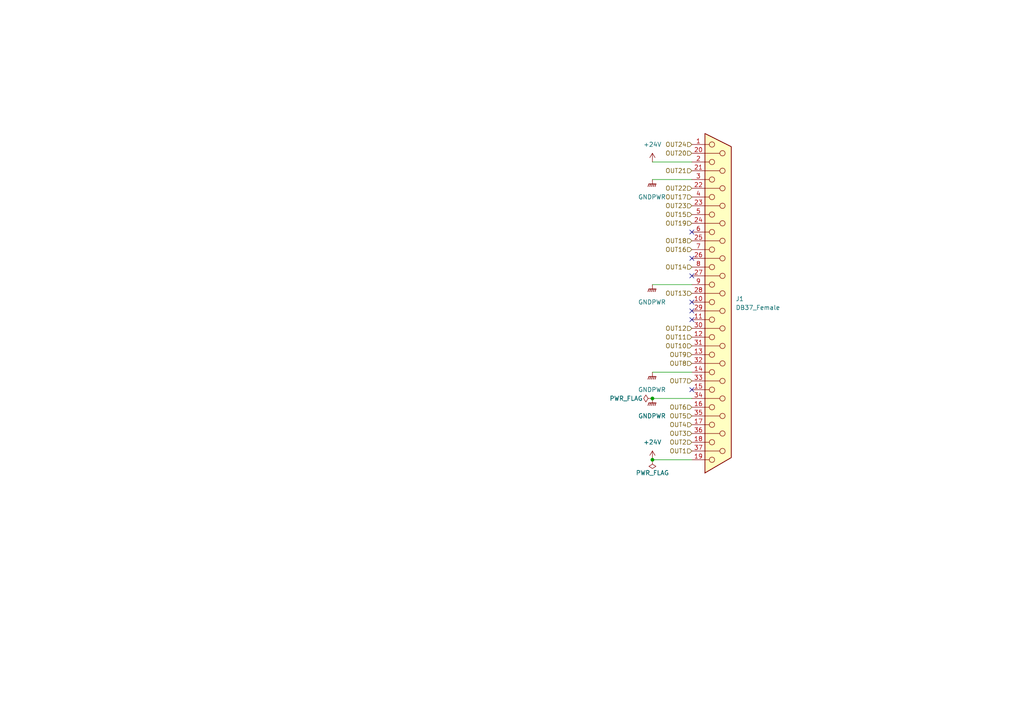
<source format=kicad_sch>
(kicad_sch (version 20211123) (generator eeschema)

  (uuid cf875db1-dbb3-45d8-9a57-335357518ca9)

  (paper "A4")

  (lib_symbols
    (symbol "Connector:DB37_Female" (pin_names (offset 1.016) hide) (in_bom yes) (on_board yes)
      (property "Reference" "J" (id 0) (at 0 50.165 0)
        (effects (font (size 1.27 1.27)))
      )
      (property "Value" "DB37_Female" (id 1) (at 0 -50.8 0)
        (effects (font (size 1.27 1.27)))
      )
      (property "Footprint" "" (id 2) (at 0 0 0)
        (effects (font (size 1.27 1.27)) hide)
      )
      (property "Datasheet" " ~" (id 3) (at 0 0 0)
        (effects (font (size 1.27 1.27)) hide)
      )
      (property "ki_keywords" "female D-SUB connector" (id 4) (at 0 0 0)
        (effects (font (size 1.27 1.27)) hide)
      )
      (property "ki_description" "37-pin female D-SUB connector" (id 5) (at 0 0 0)
        (effects (font (size 1.27 1.27)) hide)
      )
      (property "ki_fp_filters" "DSUB*Female*" (id 6) (at 0 0 0)
        (effects (font (size 1.27 1.27)) hide)
      )
      (symbol "DB37_Female_0_1"
        (circle (center -1.778 -45.72) (radius 0.762)
          (stroke (width 0) (type default) (color 0 0 0 0))
          (fill (type none))
        )
        (circle (center -1.778 -40.64) (radius 0.762)
          (stroke (width 0) (type default) (color 0 0 0 0))
          (fill (type none))
        )
        (circle (center -1.778 -35.56) (radius 0.762)
          (stroke (width 0) (type default) (color 0 0 0 0))
          (fill (type none))
        )
        (circle (center -1.778 -30.48) (radius 0.762)
          (stroke (width 0) (type default) (color 0 0 0 0))
          (fill (type none))
        )
        (circle (center -1.778 -25.4) (radius 0.762)
          (stroke (width 0) (type default) (color 0 0 0 0))
          (fill (type none))
        )
        (circle (center -1.778 -20.32) (radius 0.762)
          (stroke (width 0) (type default) (color 0 0 0 0))
          (fill (type none))
        )
        (circle (center -1.778 -15.24) (radius 0.762)
          (stroke (width 0) (type default) (color 0 0 0 0))
          (fill (type none))
        )
        (circle (center -1.778 -10.16) (radius 0.762)
          (stroke (width 0) (type default) (color 0 0 0 0))
          (fill (type none))
        )
        (circle (center -1.778 -5.08) (radius 0.762)
          (stroke (width 0) (type default) (color 0 0 0 0))
          (fill (type none))
        )
        (circle (center -1.778 0) (radius 0.762)
          (stroke (width 0) (type default) (color 0 0 0 0))
          (fill (type none))
        )
        (circle (center -1.778 5.08) (radius 0.762)
          (stroke (width 0) (type default) (color 0 0 0 0))
          (fill (type none))
        )
        (circle (center -1.778 10.16) (radius 0.762)
          (stroke (width 0) (type default) (color 0 0 0 0))
          (fill (type none))
        )
        (circle (center -1.778 15.24) (radius 0.762)
          (stroke (width 0) (type default) (color 0 0 0 0))
          (fill (type none))
        )
        (circle (center -1.778 20.32) (radius 0.762)
          (stroke (width 0) (type default) (color 0 0 0 0))
          (fill (type none))
        )
        (circle (center -1.778 25.4) (radius 0.762)
          (stroke (width 0) (type default) (color 0 0 0 0))
          (fill (type none))
        )
        (circle (center -1.778 30.48) (radius 0.762)
          (stroke (width 0) (type default) (color 0 0 0 0))
          (fill (type none))
        )
        (circle (center -1.778 35.56) (radius 0.762)
          (stroke (width 0) (type default) (color 0 0 0 0))
          (fill (type none))
        )
        (circle (center -1.778 40.64) (radius 0.762)
          (stroke (width 0) (type default) (color 0 0 0 0))
          (fill (type none))
        )
        (circle (center -1.778 45.72) (radius 0.762)
          (stroke (width 0) (type default) (color 0 0 0 0))
          (fill (type none))
        )
        (polyline
          (pts
            (xy -3.81 -45.72)
            (xy -2.54 -45.72)
          )
          (stroke (width 0) (type default) (color 0 0 0 0))
          (fill (type none))
        )
        (polyline
          (pts
            (xy -3.81 -43.18)
            (xy 0.508 -43.18)
          )
          (stroke (width 0) (type default) (color 0 0 0 0))
          (fill (type none))
        )
        (polyline
          (pts
            (xy -3.81 -40.64)
            (xy -2.54 -40.64)
          )
          (stroke (width 0) (type default) (color 0 0 0 0))
          (fill (type none))
        )
        (polyline
          (pts
            (xy -3.81 -38.1)
            (xy 0.508 -38.1)
          )
          (stroke (width 0) (type default) (color 0 0 0 0))
          (fill (type none))
        )
        (polyline
          (pts
            (xy -3.81 -35.56)
            (xy -2.54 -35.56)
          )
          (stroke (width 0) (type default) (color 0 0 0 0))
          (fill (type none))
        )
        (polyline
          (pts
            (xy -3.81 -33.02)
            (xy 0.508 -33.02)
          )
          (stroke (width 0) (type default) (color 0 0 0 0))
          (fill (type none))
        )
        (polyline
          (pts
            (xy -3.81 -30.48)
            (xy -2.54 -30.48)
          )
          (stroke (width 0) (type default) (color 0 0 0 0))
          (fill (type none))
        )
        (polyline
          (pts
            (xy -3.81 -27.94)
            (xy 0.508 -27.94)
          )
          (stroke (width 0) (type default) (color 0 0 0 0))
          (fill (type none))
        )
        (polyline
          (pts
            (xy -3.81 -25.4)
            (xy -2.54 -25.4)
          )
          (stroke (width 0) (type default) (color 0 0 0 0))
          (fill (type none))
        )
        (polyline
          (pts
            (xy -3.81 -22.86)
            (xy 0.508 -22.86)
          )
          (stroke (width 0) (type default) (color 0 0 0 0))
          (fill (type none))
        )
        (polyline
          (pts
            (xy -3.81 -20.32)
            (xy -2.54 -20.32)
          )
          (stroke (width 0) (type default) (color 0 0 0 0))
          (fill (type none))
        )
        (polyline
          (pts
            (xy -3.81 -17.78)
            (xy 0.508 -17.78)
          )
          (stroke (width 0) (type default) (color 0 0 0 0))
          (fill (type none))
        )
        (polyline
          (pts
            (xy -3.81 -15.24)
            (xy -2.54 -15.24)
          )
          (stroke (width 0) (type default) (color 0 0 0 0))
          (fill (type none))
        )
        (polyline
          (pts
            (xy -3.81 -12.7)
            (xy 0.508 -12.7)
          )
          (stroke (width 0) (type default) (color 0 0 0 0))
          (fill (type none))
        )
        (polyline
          (pts
            (xy -3.81 -10.16)
            (xy -2.54 -10.16)
          )
          (stroke (width 0) (type default) (color 0 0 0 0))
          (fill (type none))
        )
        (polyline
          (pts
            (xy -3.81 -7.62)
            (xy 0.508 -7.62)
          )
          (stroke (width 0) (type default) (color 0 0 0 0))
          (fill (type none))
        )
        (polyline
          (pts
            (xy -3.81 -5.08)
            (xy -2.54 -5.08)
          )
          (stroke (width 0) (type default) (color 0 0 0 0))
          (fill (type none))
        )
        (polyline
          (pts
            (xy -3.81 -2.54)
            (xy 0.508 -2.54)
          )
          (stroke (width 0) (type default) (color 0 0 0 0))
          (fill (type none))
        )
        (polyline
          (pts
            (xy -3.81 0)
            (xy -2.54 0)
          )
          (stroke (width 0) (type default) (color 0 0 0 0))
          (fill (type none))
        )
        (polyline
          (pts
            (xy -3.81 2.54)
            (xy 0.508 2.54)
          )
          (stroke (width 0) (type default) (color 0 0 0 0))
          (fill (type none))
        )
        (polyline
          (pts
            (xy -3.81 5.08)
            (xy -2.54 5.08)
          )
          (stroke (width 0) (type default) (color 0 0 0 0))
          (fill (type none))
        )
        (polyline
          (pts
            (xy -3.81 7.62)
            (xy 0.508 7.62)
          )
          (stroke (width 0) (type default) (color 0 0 0 0))
          (fill (type none))
        )
        (polyline
          (pts
            (xy -3.81 10.16)
            (xy -2.54 10.16)
          )
          (stroke (width 0) (type default) (color 0 0 0 0))
          (fill (type none))
        )
        (polyline
          (pts
            (xy -3.81 12.7)
            (xy 0.508 12.7)
          )
          (stroke (width 0) (type default) (color 0 0 0 0))
          (fill (type none))
        )
        (polyline
          (pts
            (xy -3.81 15.24)
            (xy -2.54 15.24)
          )
          (stroke (width 0) (type default) (color 0 0 0 0))
          (fill (type none))
        )
        (polyline
          (pts
            (xy -3.81 17.78)
            (xy 0.508 17.78)
          )
          (stroke (width 0) (type default) (color 0 0 0 0))
          (fill (type none))
        )
        (polyline
          (pts
            (xy -3.81 20.32)
            (xy -2.54 20.32)
          )
          (stroke (width 0) (type default) (color 0 0 0 0))
          (fill (type none))
        )
        (polyline
          (pts
            (xy -3.81 22.86)
            (xy 0.508 22.86)
          )
          (stroke (width 0) (type default) (color 0 0 0 0))
          (fill (type none))
        )
        (polyline
          (pts
            (xy -3.81 25.4)
            (xy -2.54 25.4)
          )
          (stroke (width 0) (type default) (color 0 0 0 0))
          (fill (type none))
        )
        (polyline
          (pts
            (xy -3.81 27.94)
            (xy 0.508 27.94)
          )
          (stroke (width 0) (type default) (color 0 0 0 0))
          (fill (type none))
        )
        (polyline
          (pts
            (xy -3.81 30.48)
            (xy -2.54 30.48)
          )
          (stroke (width 0) (type default) (color 0 0 0 0))
          (fill (type none))
        )
        (polyline
          (pts
            (xy -3.81 33.02)
            (xy 0.508 33.02)
          )
          (stroke (width 0) (type default) (color 0 0 0 0))
          (fill (type none))
        )
        (polyline
          (pts
            (xy -3.81 35.56)
            (xy -2.54 35.56)
          )
          (stroke (width 0) (type default) (color 0 0 0 0))
          (fill (type none))
        )
        (polyline
          (pts
            (xy -3.81 38.1)
            (xy 0.508 38.1)
          )
          (stroke (width 0) (type default) (color 0 0 0 0))
          (fill (type none))
        )
        (polyline
          (pts
            (xy -3.81 40.64)
            (xy -2.54 40.64)
          )
          (stroke (width 0) (type default) (color 0 0 0 0))
          (fill (type none))
        )
        (polyline
          (pts
            (xy -3.81 43.18)
            (xy 0.508 43.18)
          )
          (stroke (width 0) (type default) (color 0 0 0 0))
          (fill (type none))
        )
        (polyline
          (pts
            (xy -3.81 45.72)
            (xy -2.54 45.72)
          )
          (stroke (width 0) (type default) (color 0 0 0 0))
          (fill (type none))
        )
        (polyline
          (pts
            (xy -3.81 -49.53)
            (xy 3.81 -45.085)
            (xy 3.81 45.085)
            (xy -3.81 48.895)
            (xy -3.81 -49.53)
          )
          (stroke (width 0.254) (type default) (color 0 0 0 0))
          (fill (type background))
        )
        (circle (center 1.27 -43.18) (radius 0.762)
          (stroke (width 0) (type default) (color 0 0 0 0))
          (fill (type none))
        )
        (circle (center 1.27 -38.1) (radius 0.762)
          (stroke (width 0) (type default) (color 0 0 0 0))
          (fill (type none))
        )
        (circle (center 1.27 -33.02) (radius 0.762)
          (stroke (width 0) (type default) (color 0 0 0 0))
          (fill (type none))
        )
        (circle (center 1.27 -27.94) (radius 0.762)
          (stroke (width 0) (type default) (color 0 0 0 0))
          (fill (type none))
        )
        (circle (center 1.27 -22.86) (radius 0.762)
          (stroke (width 0) (type default) (color 0 0 0 0))
          (fill (type none))
        )
        (circle (center 1.27 -17.78) (radius 0.762)
          (stroke (width 0) (type default) (color 0 0 0 0))
          (fill (type none))
        )
        (circle (center 1.27 -12.7) (radius 0.762)
          (stroke (width 0) (type default) (color 0 0 0 0))
          (fill (type none))
        )
        (circle (center 1.27 -7.62) (radius 0.762)
          (stroke (width 0) (type default) (color 0 0 0 0))
          (fill (type none))
        )
        (circle (center 1.27 -2.54) (radius 0.762)
          (stroke (width 0) (type default) (color 0 0 0 0))
          (fill (type none))
        )
        (circle (center 1.27 2.54) (radius 0.762)
          (stroke (width 0) (type default) (color 0 0 0 0))
          (fill (type none))
        )
        (circle (center 1.27 7.62) (radius 0.762)
          (stroke (width 0) (type default) (color 0 0 0 0))
          (fill (type none))
        )
        (circle (center 1.27 12.7) (radius 0.762)
          (stroke (width 0) (type default) (color 0 0 0 0))
          (fill (type none))
        )
        (circle (center 1.27 17.78) (radius 0.762)
          (stroke (width 0) (type default) (color 0 0 0 0))
          (fill (type none))
        )
        (circle (center 1.27 22.86) (radius 0.762)
          (stroke (width 0) (type default) (color 0 0 0 0))
          (fill (type none))
        )
        (circle (center 1.27 27.94) (radius 0.762)
          (stroke (width 0) (type default) (color 0 0 0 0))
          (fill (type none))
        )
        (circle (center 1.27 33.02) (radius 0.762)
          (stroke (width 0) (type default) (color 0 0 0 0))
          (fill (type none))
        )
        (circle (center 1.27 38.1) (radius 0.762)
          (stroke (width 0) (type default) (color 0 0 0 0))
          (fill (type none))
        )
        (circle (center 1.27 43.18) (radius 0.762)
          (stroke (width 0) (type default) (color 0 0 0 0))
          (fill (type none))
        )
      )
      (symbol "DB37_Female_1_1"
        (pin passive line (at -7.62 45.72 0) (length 3.81)
          (name "1" (effects (font (size 1.27 1.27))))
          (number "1" (effects (font (size 1.27 1.27))))
        )
        (pin passive line (at -7.62 0 0) (length 3.81)
          (name "10" (effects (font (size 1.27 1.27))))
          (number "10" (effects (font (size 1.27 1.27))))
        )
        (pin passive line (at -7.62 -5.08 0) (length 3.81)
          (name "11" (effects (font (size 1.27 1.27))))
          (number "11" (effects (font (size 1.27 1.27))))
        )
        (pin passive line (at -7.62 -10.16 0) (length 3.81)
          (name "12" (effects (font (size 1.27 1.27))))
          (number "12" (effects (font (size 1.27 1.27))))
        )
        (pin passive line (at -7.62 -15.24 0) (length 3.81)
          (name "13" (effects (font (size 1.27 1.27))))
          (number "13" (effects (font (size 1.27 1.27))))
        )
        (pin passive line (at -7.62 -20.32 0) (length 3.81)
          (name "14" (effects (font (size 1.27 1.27))))
          (number "14" (effects (font (size 1.27 1.27))))
        )
        (pin passive line (at -7.62 -25.4 0) (length 3.81)
          (name "15" (effects (font (size 1.27 1.27))))
          (number "15" (effects (font (size 1.27 1.27))))
        )
        (pin passive line (at -7.62 -30.48 0) (length 3.81)
          (name "16" (effects (font (size 1.27 1.27))))
          (number "16" (effects (font (size 1.27 1.27))))
        )
        (pin passive line (at -7.62 -35.56 0) (length 3.81)
          (name "17" (effects (font (size 1.27 1.27))))
          (number "17" (effects (font (size 1.27 1.27))))
        )
        (pin passive line (at -7.62 -40.64 0) (length 3.81)
          (name "18" (effects (font (size 1.27 1.27))))
          (number "18" (effects (font (size 1.27 1.27))))
        )
        (pin passive line (at -7.62 -45.72 0) (length 3.81)
          (name "19" (effects (font (size 1.27 1.27))))
          (number "19" (effects (font (size 1.27 1.27))))
        )
        (pin passive line (at -7.62 40.64 0) (length 3.81)
          (name "2" (effects (font (size 1.27 1.27))))
          (number "2" (effects (font (size 1.27 1.27))))
        )
        (pin passive line (at -7.62 43.18 0) (length 3.81)
          (name "20" (effects (font (size 1.27 1.27))))
          (number "20" (effects (font (size 1.27 1.27))))
        )
        (pin passive line (at -7.62 38.1 0) (length 3.81)
          (name "21" (effects (font (size 1.27 1.27))))
          (number "21" (effects (font (size 1.27 1.27))))
        )
        (pin passive line (at -7.62 33.02 0) (length 3.81)
          (name "22" (effects (font (size 1.27 1.27))))
          (number "22" (effects (font (size 1.27 1.27))))
        )
        (pin passive line (at -7.62 27.94 0) (length 3.81)
          (name "23" (effects (font (size 1.27 1.27))))
          (number "23" (effects (font (size 1.27 1.27))))
        )
        (pin passive line (at -7.62 22.86 0) (length 3.81)
          (name "24" (effects (font (size 1.27 1.27))))
          (number "24" (effects (font (size 1.27 1.27))))
        )
        (pin passive line (at -7.62 17.78 0) (length 3.81)
          (name "25" (effects (font (size 1.27 1.27))))
          (number "25" (effects (font (size 1.27 1.27))))
        )
        (pin passive line (at -7.62 12.7 0) (length 3.81)
          (name "26" (effects (font (size 1.27 1.27))))
          (number "26" (effects (font (size 1.27 1.27))))
        )
        (pin passive line (at -7.62 7.62 0) (length 3.81)
          (name "27" (effects (font (size 1.27 1.27))))
          (number "27" (effects (font (size 1.27 1.27))))
        )
        (pin passive line (at -7.62 2.54 0) (length 3.81)
          (name "28" (effects (font (size 1.27 1.27))))
          (number "28" (effects (font (size 1.27 1.27))))
        )
        (pin passive line (at -7.62 -2.54 0) (length 3.81)
          (name "29" (effects (font (size 1.27 1.27))))
          (number "29" (effects (font (size 1.27 1.27))))
        )
        (pin passive line (at -7.62 35.56 0) (length 3.81)
          (name "3" (effects (font (size 1.27 1.27))))
          (number "3" (effects (font (size 1.27 1.27))))
        )
        (pin passive line (at -7.62 -7.62 0) (length 3.81)
          (name "30" (effects (font (size 1.27 1.27))))
          (number "30" (effects (font (size 1.27 1.27))))
        )
        (pin passive line (at -7.62 -12.7 0) (length 3.81)
          (name "31" (effects (font (size 1.27 1.27))))
          (number "31" (effects (font (size 1.27 1.27))))
        )
        (pin passive line (at -7.62 -17.78 0) (length 3.81)
          (name "32" (effects (font (size 1.27 1.27))))
          (number "32" (effects (font (size 1.27 1.27))))
        )
        (pin passive line (at -7.62 -22.86 0) (length 3.81)
          (name "33" (effects (font (size 1.27 1.27))))
          (number "33" (effects (font (size 1.27 1.27))))
        )
        (pin passive line (at -7.62 -27.94 0) (length 3.81)
          (name "34" (effects (font (size 1.27 1.27))))
          (number "34" (effects (font (size 1.27 1.27))))
        )
        (pin passive line (at -7.62 -33.02 0) (length 3.81)
          (name "35" (effects (font (size 1.27 1.27))))
          (number "35" (effects (font (size 1.27 1.27))))
        )
        (pin passive line (at -7.62 -38.1 0) (length 3.81)
          (name "36" (effects (font (size 1.27 1.27))))
          (number "36" (effects (font (size 1.27 1.27))))
        )
        (pin passive line (at -7.62 -43.18 0) (length 3.81)
          (name "37" (effects (font (size 1.27 1.27))))
          (number "37" (effects (font (size 1.27 1.27))))
        )
        (pin passive line (at -7.62 30.48 0) (length 3.81)
          (name "4" (effects (font (size 1.27 1.27))))
          (number "4" (effects (font (size 1.27 1.27))))
        )
        (pin passive line (at -7.62 25.4 0) (length 3.81)
          (name "5" (effects (font (size 1.27 1.27))))
          (number "5" (effects (font (size 1.27 1.27))))
        )
        (pin passive line (at -7.62 20.32 0) (length 3.81)
          (name "6" (effects (font (size 1.27 1.27))))
          (number "6" (effects (font (size 1.27 1.27))))
        )
        (pin passive line (at -7.62 15.24 0) (length 3.81)
          (name "7" (effects (font (size 1.27 1.27))))
          (number "7" (effects (font (size 1.27 1.27))))
        )
        (pin passive line (at -7.62 10.16 0) (length 3.81)
          (name "8" (effects (font (size 1.27 1.27))))
          (number "8" (effects (font (size 1.27 1.27))))
        )
        (pin passive line (at -7.62 5.08 0) (length 3.81)
          (name "9" (effects (font (size 1.27 1.27))))
          (number "9" (effects (font (size 1.27 1.27))))
        )
      )
    )
    (symbol "power:+24V" (power) (pin_names (offset 0)) (in_bom yes) (on_board yes)
      (property "Reference" "#PWR" (id 0) (at 0 -3.81 0)
        (effects (font (size 1.27 1.27)) hide)
      )
      (property "Value" "+24V" (id 1) (at 0 3.556 0)
        (effects (font (size 1.27 1.27)))
      )
      (property "Footprint" "" (id 2) (at 0 0 0)
        (effects (font (size 1.27 1.27)) hide)
      )
      (property "Datasheet" "" (id 3) (at 0 0 0)
        (effects (font (size 1.27 1.27)) hide)
      )
      (property "ki_keywords" "power-flag" (id 4) (at 0 0 0)
        (effects (font (size 1.27 1.27)) hide)
      )
      (property "ki_description" "Power symbol creates a global label with name \"+24V\"" (id 5) (at 0 0 0)
        (effects (font (size 1.27 1.27)) hide)
      )
      (symbol "+24V_0_1"
        (polyline
          (pts
            (xy -0.762 1.27)
            (xy 0 2.54)
          )
          (stroke (width 0) (type default) (color 0 0 0 0))
          (fill (type none))
        )
        (polyline
          (pts
            (xy 0 0)
            (xy 0 2.54)
          )
          (stroke (width 0) (type default) (color 0 0 0 0))
          (fill (type none))
        )
        (polyline
          (pts
            (xy 0 2.54)
            (xy 0.762 1.27)
          )
          (stroke (width 0) (type default) (color 0 0 0 0))
          (fill (type none))
        )
      )
      (symbol "+24V_1_1"
        (pin power_in line (at 0 0 90) (length 0) hide
          (name "+24V" (effects (font (size 1.27 1.27))))
          (number "1" (effects (font (size 1.27 1.27))))
        )
      )
    )
    (symbol "power:GNDPWR" (power) (pin_names (offset 0)) (in_bom yes) (on_board yes)
      (property "Reference" "#PWR" (id 0) (at 0 -5.08 0)
        (effects (font (size 1.27 1.27)) hide)
      )
      (property "Value" "GNDPWR" (id 1) (at 0 -3.302 0)
        (effects (font (size 1.27 1.27)))
      )
      (property "Footprint" "" (id 2) (at 0 -1.27 0)
        (effects (font (size 1.27 1.27)) hide)
      )
      (property "Datasheet" "" (id 3) (at 0 -1.27 0)
        (effects (font (size 1.27 1.27)) hide)
      )
      (property "ki_keywords" "power-flag" (id 4) (at 0 0 0)
        (effects (font (size 1.27 1.27)) hide)
      )
      (property "ki_description" "Power symbol creates a global label with name \"GNDPWR\" , power ground" (id 5) (at 0 0 0)
        (effects (font (size 1.27 1.27)) hide)
      )
      (symbol "GNDPWR_0_1"
        (polyline
          (pts
            (xy 0 -1.27)
            (xy 0 0)
          )
          (stroke (width 0) (type default) (color 0 0 0 0))
          (fill (type none))
        )
        (polyline
          (pts
            (xy -1.016 -1.27)
            (xy -1.27 -2.032)
            (xy -1.27 -2.032)
          )
          (stroke (width 0.2032) (type default) (color 0 0 0 0))
          (fill (type none))
        )
        (polyline
          (pts
            (xy -0.508 -1.27)
            (xy -0.762 -2.032)
            (xy -0.762 -2.032)
          )
          (stroke (width 0.2032) (type default) (color 0 0 0 0))
          (fill (type none))
        )
        (polyline
          (pts
            (xy 0 -1.27)
            (xy -0.254 -2.032)
            (xy -0.254 -2.032)
          )
          (stroke (width 0.2032) (type default) (color 0 0 0 0))
          (fill (type none))
        )
        (polyline
          (pts
            (xy 0.508 -1.27)
            (xy 0.254 -2.032)
            (xy 0.254 -2.032)
          )
          (stroke (width 0.2032) (type default) (color 0 0 0 0))
          (fill (type none))
        )
        (polyline
          (pts
            (xy 1.016 -1.27)
            (xy -1.016 -1.27)
            (xy -1.016 -1.27)
          )
          (stroke (width 0.2032) (type default) (color 0 0 0 0))
          (fill (type none))
        )
        (polyline
          (pts
            (xy 1.016 -1.27)
            (xy 0.762 -2.032)
            (xy 0.762 -2.032)
            (xy 0.762 -2.032)
          )
          (stroke (width 0.2032) (type default) (color 0 0 0 0))
          (fill (type none))
        )
      )
      (symbol "GNDPWR_1_1"
        (pin power_in line (at 0 0 270) (length 0) hide
          (name "GNDPWR" (effects (font (size 1.27 1.27))))
          (number "1" (effects (font (size 1.27 1.27))))
        )
      )
    )
    (symbol "power:PWR_FLAG" (power) (pin_numbers hide) (pin_names (offset 0) hide) (in_bom yes) (on_board yes)
      (property "Reference" "#FLG" (id 0) (at 0 1.905 0)
        (effects (font (size 1.27 1.27)) hide)
      )
      (property "Value" "PWR_FLAG" (id 1) (at 0 3.81 0)
        (effects (font (size 1.27 1.27)))
      )
      (property "Footprint" "" (id 2) (at 0 0 0)
        (effects (font (size 1.27 1.27)) hide)
      )
      (property "Datasheet" "~" (id 3) (at 0 0 0)
        (effects (font (size 1.27 1.27)) hide)
      )
      (property "ki_keywords" "power-flag" (id 4) (at 0 0 0)
        (effects (font (size 1.27 1.27)) hide)
      )
      (property "ki_description" "Special symbol for telling ERC where power comes from" (id 5) (at 0 0 0)
        (effects (font (size 1.27 1.27)) hide)
      )
      (symbol "PWR_FLAG_0_0"
        (pin power_out line (at 0 0 90) (length 0)
          (name "pwr" (effects (font (size 1.27 1.27))))
          (number "1" (effects (font (size 1.27 1.27))))
        )
      )
      (symbol "PWR_FLAG_0_1"
        (polyline
          (pts
            (xy 0 0)
            (xy 0 1.27)
            (xy -1.016 1.905)
            (xy 0 2.54)
            (xy 1.016 1.905)
            (xy 0 1.27)
          )
          (stroke (width 0) (type default) (color 0 0 0 0))
          (fill (type none))
        )
      )
    )
  )

  (junction (at 189.23 133.35) (diameter 0) (color 0 0 0 0)
    (uuid 4bdb8570-b7b2-4af1-b212-e52048efac1f)
  )
  (junction (at 189.23 115.57) (diameter 0) (color 0 0 0 0)
    (uuid 65c5cc4a-f7b2-4361-8231-c7baf4c33f71)
  )

  (no_connect (at 200.66 67.31) (uuid 61244a9f-4448-4455-a8cb-b0d5bf4c7ba2))
  (no_connect (at 200.66 74.93) (uuid 61244a9f-4448-4455-a8cb-b0d5bf4c7ba3))
  (no_connect (at 200.66 80.01) (uuid 61244a9f-4448-4455-a8cb-b0d5bf4c7ba4))
  (no_connect (at 200.66 87.63) (uuid 61244a9f-4448-4455-a8cb-b0d5bf4c7ba5))
  (no_connect (at 200.66 90.17) (uuid 61244a9f-4448-4455-a8cb-b0d5bf4c7ba6))
  (no_connect (at 200.66 92.71) (uuid 61244a9f-4448-4455-a8cb-b0d5bf4c7ba7))
  (no_connect (at 200.66 113.03) (uuid 61244a9f-4448-4455-a8cb-b0d5bf4c7ba8))

  (wire (pts (xy 189.23 133.35) (xy 200.66 133.35))
    (stroke (width 0) (type default) (color 0 0 0 0))
    (uuid 20d43963-5510-4975-af19-f35e9ba6dd67)
  )
  (wire (pts (xy 189.23 46.99) (xy 200.66 46.99))
    (stroke (width 0) (type default) (color 0 0 0 0))
    (uuid 2404657d-e329-4345-9829-279b0fa4ba78)
  )
  (wire (pts (xy 189.23 115.57) (xy 200.66 115.57))
    (stroke (width 0) (type default) (color 0 0 0 0))
    (uuid 2c43d86b-546a-4be4-b3aa-fa6f0b32a1bb)
  )
  (wire (pts (xy 189.23 52.07) (xy 200.66 52.07))
    (stroke (width 0) (type default) (color 0 0 0 0))
    (uuid 6cd71b93-ea3c-4209-84c3-3d608c429cdd)
  )
  (wire (pts (xy 189.23 82.55) (xy 200.66 82.55))
    (stroke (width 0) (type default) (color 0 0 0 0))
    (uuid 8b2de8ff-1154-4c41-adb5-28dc7c03d971)
  )
  (wire (pts (xy 189.23 107.95) (xy 200.66 107.95))
    (stroke (width 0) (type default) (color 0 0 0 0))
    (uuid f9b0796f-6737-496e-9d01-545616cd423f)
  )

  (hierarchical_label "OUT18" (shape input) (at 200.66 69.85 180)
    (effects (font (size 1.27 1.27)) (justify right))
    (uuid 088ce964-3c05-4384-8265-da4c0f0f3336)
  )
  (hierarchical_label "OUT24" (shape input) (at 200.66 41.91 180)
    (effects (font (size 1.27 1.27)) (justify right))
    (uuid 0fc5796a-364f-42cd-b0ac-06109dbd146b)
  )
  (hierarchical_label "OUT20" (shape input) (at 200.66 44.45 180)
    (effects (font (size 1.27 1.27)) (justify right))
    (uuid 17804da4-1398-488e-9568-ef3c875744b1)
  )
  (hierarchical_label "OUT12" (shape input) (at 200.66 95.25 180)
    (effects (font (size 1.27 1.27)) (justify right))
    (uuid 1ac0b853-ffcc-4822-afef-be6065433b26)
  )
  (hierarchical_label "OUT14" (shape input) (at 200.66 77.47 180)
    (effects (font (size 1.27 1.27)) (justify right))
    (uuid 1ae8a715-6637-4e0f-827c-43c01df619d3)
  )
  (hierarchical_label "OUT3" (shape input) (at 200.66 125.73 180)
    (effects (font (size 1.27 1.27)) (justify right))
    (uuid 20be25f5-3b57-4421-b88d-8753835bfc90)
  )
  (hierarchical_label "OUT10" (shape input) (at 200.66 100.33 180)
    (effects (font (size 1.27 1.27)) (justify right))
    (uuid 4ee36e8e-3384-462d-8e72-bf2983131af1)
  )
  (hierarchical_label "OUT22" (shape input) (at 200.66 54.61 180)
    (effects (font (size 1.27 1.27)) (justify right))
    (uuid 5fe19a65-8b2c-432a-b255-e85de6e71d41)
  )
  (hierarchical_label "OUT19" (shape input) (at 200.66 64.77 180)
    (effects (font (size 1.27 1.27)) (justify right))
    (uuid 70f44b54-abd5-462d-90ae-5581b9afe464)
  )
  (hierarchical_label "OUT21" (shape input) (at 200.66 49.53 180)
    (effects (font (size 1.27 1.27)) (justify right))
    (uuid 74bbe3a9-d3cb-4079-8435-9467343fe577)
  )
  (hierarchical_label "OUT8" (shape input) (at 200.66 105.41 180)
    (effects (font (size 1.27 1.27)) (justify right))
    (uuid 7868f6c2-6f15-4d81-8ef0-d31ab13de6d2)
  )
  (hierarchical_label "OUT2" (shape input) (at 200.66 128.27 180)
    (effects (font (size 1.27 1.27)) (justify right))
    (uuid 801892ba-9151-412a-bb4f-ce4a4475f686)
  )
  (hierarchical_label "OUT16" (shape input) (at 200.66 72.39 180)
    (effects (font (size 1.27 1.27)) (justify right))
    (uuid 814114dc-b78d-4bc4-bfee-f9678fc1afc2)
  )
  (hierarchical_label "OUT9" (shape input) (at 200.66 102.87 180)
    (effects (font (size 1.27 1.27)) (justify right))
    (uuid 964f1f11-c2c6-4af8-a985-4b36015b08d6)
  )
  (hierarchical_label "OUT4" (shape input) (at 200.66 123.19 180)
    (effects (font (size 1.27 1.27)) (justify right))
    (uuid 9b79859b-db27-40c9-aaf1-5aeaeff8b99e)
  )
  (hierarchical_label "OUT15" (shape input) (at 200.66 62.23 180)
    (effects (font (size 1.27 1.27)) (justify right))
    (uuid a594f53c-cbdd-464e-987d-01c8f42f3a95)
  )
  (hierarchical_label "OUT17" (shape input) (at 200.66 57.15 180)
    (effects (font (size 1.27 1.27)) (justify right))
    (uuid a972d775-303b-4ca6-be8b-c96253673fd4)
  )
  (hierarchical_label "OUT13" (shape input) (at 200.66 85.09 180)
    (effects (font (size 1.27 1.27)) (justify right))
    (uuid ba2de42a-620a-439e-ab40-c2a9e21924cf)
  )
  (hierarchical_label "OUT6" (shape input) (at 200.66 118.11 180)
    (effects (font (size 1.27 1.27)) (justify right))
    (uuid bbb61a44-5cc7-4423-a950-38cdae94b6f3)
  )
  (hierarchical_label "OUT11" (shape input) (at 200.66 97.79 180)
    (effects (font (size 1.27 1.27)) (justify right))
    (uuid c0e4c0c8-ac57-4f1b-ac75-ed48ca9f30b3)
  )
  (hierarchical_label "OUT5" (shape input) (at 200.66 120.65 180)
    (effects (font (size 1.27 1.27)) (justify right))
    (uuid c69fb10a-e05b-4c3f-8173-497f924e562a)
  )
  (hierarchical_label "OUT23" (shape input) (at 200.66 59.69 180)
    (effects (font (size 1.27 1.27)) (justify right))
    (uuid d16f8694-0250-4a81-b1f4-cffab07001f5)
  )
  (hierarchical_label "OUT1" (shape input) (at 200.66 130.81 180)
    (effects (font (size 1.27 1.27)) (justify right))
    (uuid e123c000-c6ed-4762-8249-b57dff7563d3)
  )
  (hierarchical_label "OUT7" (shape input) (at 200.66 110.49 180)
    (effects (font (size 1.27 1.27)) (justify right))
    (uuid e6fe35d1-e608-429f-b026-1d77bb47e368)
  )

  (symbol (lib_id "power:GNDPWR") (at 189.23 107.95 0) (unit 1)
    (in_bom yes) (on_board yes) (fields_autoplaced)
    (uuid 25bd6db7-3b98-4b79-9e2d-ee629edc9b94)
    (property "Reference" "#PWR027" (id 0) (at 189.23 113.03 0)
      (effects (font (size 1.27 1.27)) hide)
    )
    (property "Value" "GNDPWR" (id 1) (at 189.103 113.03 0))
    (property "Footprint" "" (id 2) (at 189.23 109.22 0)
      (effects (font (size 1.27 1.27)) hide)
    )
    (property "Datasheet" "" (id 3) (at 189.23 109.22 0)
      (effects (font (size 1.27 1.27)) hide)
    )
    (pin "1" (uuid c115c9f6-27ea-4a2f-99e1-7952e43e94cc))
  )

  (symbol (lib_id "power:+24V") (at 189.23 133.35 0) (unit 1)
    (in_bom yes) (on_board yes) (fields_autoplaced)
    (uuid 31f68653-c86f-44de-b8b9-b7bc2d6f4530)
    (property "Reference" "#PWR029" (id 0) (at 189.23 137.16 0)
      (effects (font (size 1.27 1.27)) hide)
    )
    (property "Value" "+24V" (id 1) (at 189.23 128.27 0))
    (property "Footprint" "" (id 2) (at 189.23 133.35 0)
      (effects (font (size 1.27 1.27)) hide)
    )
    (property "Datasheet" "" (id 3) (at 189.23 133.35 0)
      (effects (font (size 1.27 1.27)) hide)
    )
    (pin "1" (uuid c88075d8-3f6d-46c1-80aa-9fd31aa6d03d))
  )

  (symbol (lib_id "power:GNDPWR") (at 189.23 115.57 0) (unit 1)
    (in_bom yes) (on_board yes) (fields_autoplaced)
    (uuid 7c6008ee-1120-4420-a714-173def785745)
    (property "Reference" "#PWR028" (id 0) (at 189.23 120.65 0)
      (effects (font (size 1.27 1.27)) hide)
    )
    (property "Value" "GNDPWR" (id 1) (at 189.103 120.65 0))
    (property "Footprint" "" (id 2) (at 189.23 116.84 0)
      (effects (font (size 1.27 1.27)) hide)
    )
    (property "Datasheet" "" (id 3) (at 189.23 116.84 0)
      (effects (font (size 1.27 1.27)) hide)
    )
    (pin "1" (uuid 6f34b1c9-ac5b-43fc-9dfe-5895abb52f0c))
  )

  (symbol (lib_id "power:PWR_FLAG") (at 189.23 133.35 180) (unit 1)
    (in_bom yes) (on_board yes)
    (uuid 7ea715f6-4144-48bb-a981-3994e70a68bc)
    (property "Reference" "#FLG02" (id 0) (at 189.23 135.255 0)
      (effects (font (size 1.27 1.27)) hide)
    )
    (property "Value" "PWR_FLAG" (id 1) (at 189.23 137.16 0))
    (property "Footprint" "" (id 2) (at 189.23 133.35 0)
      (effects (font (size 1.27 1.27)) hide)
    )
    (property "Datasheet" "~" (id 3) (at 189.23 133.35 0)
      (effects (font (size 1.27 1.27)) hide)
    )
    (pin "1" (uuid 68bbeda2-fa51-4cf1-81e6-502eb8766f6f))
  )

  (symbol (lib_id "power:+24V") (at 189.23 46.99 0) (unit 1)
    (in_bom yes) (on_board yes) (fields_autoplaced)
    (uuid 849a0e41-9aaf-42fe-bc15-142b2b79ccd0)
    (property "Reference" "#PWR024" (id 0) (at 189.23 50.8 0)
      (effects (font (size 1.27 1.27)) hide)
    )
    (property "Value" "+24V" (id 1) (at 189.23 41.91 0))
    (property "Footprint" "" (id 2) (at 189.23 46.99 0)
      (effects (font (size 1.27 1.27)) hide)
    )
    (property "Datasheet" "" (id 3) (at 189.23 46.99 0)
      (effects (font (size 1.27 1.27)) hide)
    )
    (pin "1" (uuid 5a07f753-4a07-4cf8-a5a9-c07046222d7f))
  )

  (symbol (lib_id "power:GNDPWR") (at 189.23 52.07 0) (unit 1)
    (in_bom yes) (on_board yes) (fields_autoplaced)
    (uuid b24014f0-9200-461d-bcac-735e3597a213)
    (property "Reference" "#PWR025" (id 0) (at 189.23 57.15 0)
      (effects (font (size 1.27 1.27)) hide)
    )
    (property "Value" "GNDPWR" (id 1) (at 189.103 57.15 0))
    (property "Footprint" "" (id 2) (at 189.23 53.34 0)
      (effects (font (size 1.27 1.27)) hide)
    )
    (property "Datasheet" "" (id 3) (at 189.23 53.34 0)
      (effects (font (size 1.27 1.27)) hide)
    )
    (pin "1" (uuid f14dd74b-a00d-4097-a582-93a91b914156))
  )

  (symbol (lib_id "power:PWR_FLAG") (at 189.23 115.57 90) (unit 1)
    (in_bom yes) (on_board yes)
    (uuid d816a0a7-02bc-4393-94c8-1d37e479f526)
    (property "Reference" "#FLG01" (id 0) (at 187.325 115.57 0)
      (effects (font (size 1.27 1.27)) hide)
    )
    (property "Value" "PWR_FLAG" (id 1) (at 181.61 115.57 90))
    (property "Footprint" "" (id 2) (at 189.23 115.57 0)
      (effects (font (size 1.27 1.27)) hide)
    )
    (property "Datasheet" "~" (id 3) (at 189.23 115.57 0)
      (effects (font (size 1.27 1.27)) hide)
    )
    (pin "1" (uuid a2cb4946-68cb-41e5-a70d-62478f9d521d))
  )

  (symbol (lib_id "power:GNDPWR") (at 189.23 82.55 0) (unit 1)
    (in_bom yes) (on_board yes) (fields_autoplaced)
    (uuid e3026fde-40bd-4cd4-870e-be0d5e83928f)
    (property "Reference" "#PWR026" (id 0) (at 189.23 87.63 0)
      (effects (font (size 1.27 1.27)) hide)
    )
    (property "Value" "GNDPWR" (id 1) (at 189.103 87.63 0))
    (property "Footprint" "" (id 2) (at 189.23 83.82 0)
      (effects (font (size 1.27 1.27)) hide)
    )
    (property "Datasheet" "" (id 3) (at 189.23 83.82 0)
      (effects (font (size 1.27 1.27)) hide)
    )
    (pin "1" (uuid 5ed55fb9-911f-4b03-b354-4e1071d0c7e9))
  )

  (symbol (lib_id "Connector:DB37_Female") (at 208.28 87.63 0) (unit 1)
    (in_bom yes) (on_board yes) (fields_autoplaced)
    (uuid eb79cea9-fa97-475b-90d4-17b2843503f4)
    (property "Reference" "J1" (id 0) (at 213.36 86.6774 0)
      (effects (font (size 1.27 1.27)) (justify left))
    )
    (property "Value" "DB37_Female" (id 1) (at 213.36 89.2174 0)
      (effects (font (size 1.27 1.27)) (justify left))
    )
    (property "Footprint" "Connector_Dsub:DSUB-37_Female_Horizontal_P2.77x2.54mm_EdgePinOffset9.40mm" (id 2) (at 208.28 87.63 0)
      (effects (font (size 1.27 1.27)) hide)
    )
    (property "Datasheet" " ~" (id 3) (at 208.28 87.63 0)
      (effects (font (size 1.27 1.27)) hide)
    )
    (pin "1" (uuid 85eb3848-fba1-4185-b0e1-a9bf6be02c60))
    (pin "10" (uuid 3dee046f-01c2-4d96-b322-265841a8dd18))
    (pin "11" (uuid d5976dc2-e034-43b1-8d23-d142880f1ae8))
    (pin "12" (uuid c14d60de-83be-4e45-bd68-795c474534b4))
    (pin "13" (uuid 8b4202c7-dbf5-4c80-9b75-fee9f553e490))
    (pin "14" (uuid c1be6150-3f54-45e9-8dc5-fd735fd89976))
    (pin "15" (uuid 7a00ec09-74c1-4311-900d-2ec9e1d62fbb))
    (pin "16" (uuid ca70b36a-a325-4601-9ffa-170313b6350c))
    (pin "17" (uuid bc4baf79-cc68-4283-8100-b909b7f05dba))
    (pin "18" (uuid ff53144d-4454-4b58-b7fd-cb70e310077e))
    (pin "19" (uuid 7d4a805c-d164-4900-a609-9bcdda9378ce))
    (pin "2" (uuid eaca20f6-0bfe-49ab-a547-0e84e4e746f9))
    (pin "20" (uuid eaa6a66e-bef3-4485-9e9c-2c6780fde632))
    (pin "21" (uuid 265fca93-4127-4f60-a171-4a63b5b40e62))
    (pin "22" (uuid b8e3afb1-f98f-4565-b736-a99f8bcb8584))
    (pin "23" (uuid 4a0b8f88-e9b5-468f-9b14-a135bd090556))
    (pin "24" (uuid a90ca552-0e83-4655-b6c4-d9ad54201b2b))
    (pin "25" (uuid eb364037-142b-4b1a-9f5e-4976e88fefea))
    (pin "26" (uuid a17bce97-dc4f-49e3-b8a5-0716a959c429))
    (pin "27" (uuid 630740be-fa94-43fa-b1a3-553d16a3d43a))
    (pin "28" (uuid 03141d0e-0730-45cd-aaf2-607c92da3af0))
    (pin "29" (uuid f8530e3f-ac4d-4323-9e23-a67c0ff91614))
    (pin "3" (uuid 81c303c3-899f-43c3-b49c-1736faaea231))
    (pin "30" (uuid 1342e8b1-820e-45a9-b8b5-72f8057f0074))
    (pin "31" (uuid ad7c7be2-a5e5-40d7-8fe5-b3189c8108c1))
    (pin "32" (uuid 1627b00b-75a2-4cb3-998b-b73e5077b890))
    (pin "33" (uuid d76ca19a-c642-404c-a40a-4faa22c352c4))
    (pin "34" (uuid 6afe6e78-d952-4daa-a691-727582124cf4))
    (pin "35" (uuid c4ac9a1c-1eab-4708-883a-749717038bd9))
    (pin "36" (uuid 926ecc7e-c024-4f38-bedb-a362c7685500))
    (pin "37" (uuid ab3d49c2-5f0b-4422-90ef-227ce13f4f6d))
    (pin "4" (uuid 62ad07bc-c39e-427f-b33a-9d41f93e9b99))
    (pin "5" (uuid cf591222-bcd4-4b11-a858-0654df20dfcd))
    (pin "6" (uuid 775c2f12-23d0-41be-a084-6003a4022b43))
    (pin "7" (uuid 939b94e2-6717-45d6-bc6b-6940f3e58d51))
    (pin "8" (uuid 1e3655f4-a9aa-4638-bd36-8d8ff8a9f612))
    (pin "9" (uuid c9c06c0d-652b-479d-b451-57b453181e92))
  )
)

</source>
